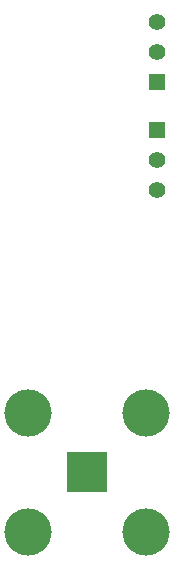
<source format=gbr>
%TF.GenerationSoftware,KiCad,Pcbnew,(6.0.8-1)-1*%
%TF.CreationDate,2022-11-01T09:45:04-04:00*%
%TF.ProjectId,Untitled,556e7469-746c-4656-942e-6b696361645f,rev?*%
%TF.SameCoordinates,Original*%
%TF.FileFunction,Soldermask,Bot*%
%TF.FilePolarity,Negative*%
%FSLAX46Y46*%
G04 Gerber Fmt 4.6, Leading zero omitted, Abs format (unit mm)*
G04 Created by KiCad (PCBNEW (6.0.8-1)-1) date 2022-11-01 09:45:04*
%MOMM*%
%LPD*%
G01*
G04 APERTURE LIST*
%ADD10R,1.397000X1.397000*%
%ADD11C,1.397000*%
%ADD12R,3.500000X3.500000*%
%ADD13C,4.000000*%
G04 APERTURE END LIST*
D10*
%TO.C,REF\u002A\u002A*%
X59250100Y-41127500D03*
D11*
X59250100Y-38587500D03*
X59250100Y-36047500D03*
%TD*%
D12*
%TO.C,REF\u002A\u002A*%
X53335000Y-74200000D03*
D13*
X58360000Y-79225000D03*
X58360000Y-69175000D03*
X48310000Y-79225000D03*
X48310000Y-69175000D03*
%TD*%
D10*
%TO.C,REF\u002A\u002A*%
X59250100Y-45212500D03*
D11*
X59250100Y-47752500D03*
X59250100Y-50292500D03*
%TD*%
M02*

</source>
